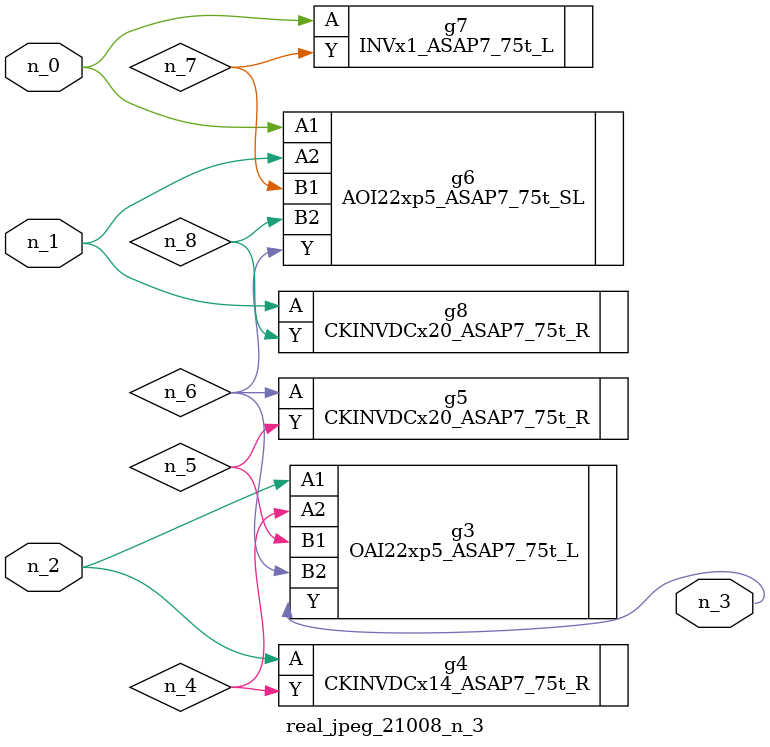
<source format=v>
module real_jpeg_21008_n_3 (n_1, n_0, n_2, n_3);

input n_1;
input n_0;
input n_2;

output n_3;

wire n_5;
wire n_8;
wire n_4;
wire n_6;
wire n_7;

AOI22xp5_ASAP7_75t_SL g6 ( 
.A1(n_0),
.A2(n_1),
.B1(n_7),
.B2(n_8),
.Y(n_6)
);

INVx1_ASAP7_75t_L g7 ( 
.A(n_0),
.Y(n_7)
);

CKINVDCx20_ASAP7_75t_R g8 ( 
.A(n_1),
.Y(n_8)
);

OAI22xp5_ASAP7_75t_L g3 ( 
.A1(n_2),
.A2(n_4),
.B1(n_5),
.B2(n_6),
.Y(n_3)
);

CKINVDCx14_ASAP7_75t_R g4 ( 
.A(n_2),
.Y(n_4)
);

CKINVDCx20_ASAP7_75t_R g5 ( 
.A(n_6),
.Y(n_5)
);


endmodule
</source>
